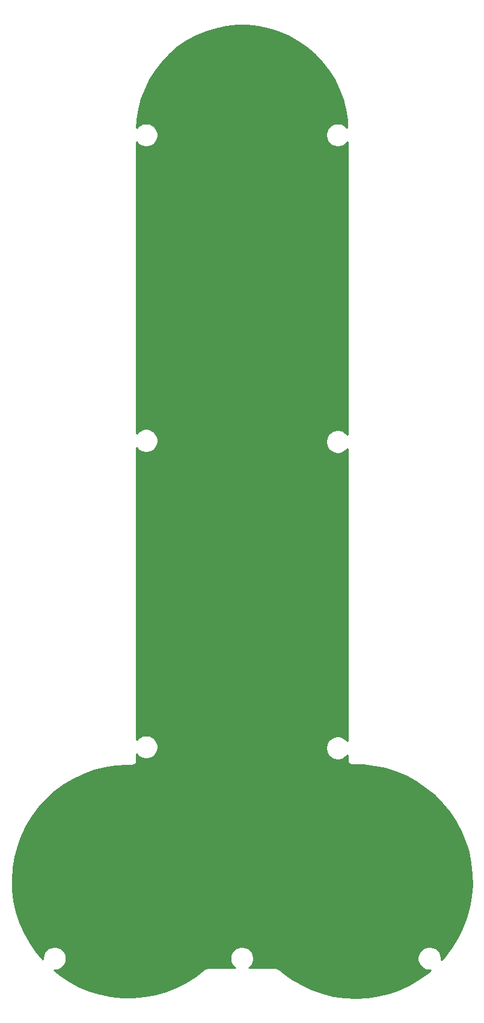
<source format=gbr>
%TF.GenerationSoftware,KiCad,Pcbnew,(5.1.6)-1*%
%TF.CreationDate,2021-02-24T16:49:44-06:00*%
%TF.ProjectId,PR-BottomCase,50522d42-6f74-4746-9f6d-436173652e6b,rev?*%
%TF.SameCoordinates,Original*%
%TF.FileFunction,Copper,L2,Bot*%
%TF.FilePolarity,Positive*%
%FSLAX46Y46*%
G04 Gerber Fmt 4.6, Leading zero omitted, Abs format (unit mm)*
G04 Created by KiCad (PCBNEW (5.1.6)-1) date 2021-02-24 16:49:44*
%MOMM*%
%LPD*%
G01*
G04 APERTURE LIST*
%TA.AperFunction,NonConductor*%
%ADD10C,0.254000*%
%TD*%
G04 APERTURE END LIST*
D10*
G36*
X139772696Y20419104D02*
G01*
X141266308Y20265153D01*
X142736707Y19961055D01*
X144168856Y19509917D01*
X145548078Y18916363D01*
X146860267Y18186463D01*
X148091965Y17327705D01*
X149230577Y16348868D01*
X150264447Y15259974D01*
X151182982Y14072179D01*
X151976780Y12797642D01*
X152637715Y11449412D01*
X153159019Y10041289D01*
X153535357Y8587684D01*
X153762945Y7103024D01*
X153818892Y6035499D01*
X153798658Y6065781D01*
X153565781Y6298658D01*
X153291947Y6481628D01*
X152987678Y6607660D01*
X152664669Y6671910D01*
X152335331Y6671910D01*
X152012322Y6607660D01*
X151708053Y6481628D01*
X151434219Y6298658D01*
X151201342Y6065781D01*
X151018372Y5791947D01*
X150892340Y5487678D01*
X150828090Y5164669D01*
X150828090Y4835331D01*
X150892340Y4512322D01*
X151018372Y4208053D01*
X151201342Y3934219D01*
X151434219Y3701342D01*
X151708053Y3518372D01*
X152012322Y3392340D01*
X152335331Y3328090D01*
X152664669Y3328090D01*
X152987678Y3392340D01*
X153291947Y3518372D01*
X153565781Y3701342D01*
X153798658Y3934219D01*
X153840001Y3996093D01*
X153839995Y-37146085D01*
X153798658Y-37084219D01*
X153565781Y-36851342D01*
X153291947Y-36668372D01*
X152987678Y-36542340D01*
X152664669Y-36478090D01*
X152335331Y-36478090D01*
X152012322Y-36542340D01*
X151708053Y-36668372D01*
X151434219Y-36851342D01*
X151201342Y-37084219D01*
X151018372Y-37358053D01*
X150892340Y-37662322D01*
X150828090Y-37985331D01*
X150828090Y-38314669D01*
X150892340Y-38637678D01*
X151018372Y-38941947D01*
X151201342Y-39215781D01*
X151434219Y-39448658D01*
X151708053Y-39631628D01*
X152012322Y-39757660D01*
X152335331Y-39821910D01*
X152664669Y-39821910D01*
X152987678Y-39757660D01*
X153291947Y-39631628D01*
X153565781Y-39448658D01*
X153798658Y-39215781D01*
X153839995Y-39153916D01*
X153839989Y-80246076D01*
X153798658Y-80184219D01*
X153565781Y-79951342D01*
X153291947Y-79768372D01*
X152987678Y-79642340D01*
X152664669Y-79578090D01*
X152335331Y-79578090D01*
X152012322Y-79642340D01*
X151708053Y-79768372D01*
X151434219Y-79951342D01*
X151201342Y-80184219D01*
X151018372Y-80458053D01*
X150892340Y-80762322D01*
X150828090Y-81085331D01*
X150828090Y-81414669D01*
X150892340Y-81737678D01*
X151018372Y-82041947D01*
X151201342Y-82315781D01*
X151434219Y-82548658D01*
X151708053Y-82731628D01*
X152012322Y-82857660D01*
X152335331Y-82921910D01*
X152664669Y-82921910D01*
X152987678Y-82857660D01*
X153291947Y-82731628D01*
X153565781Y-82548658D01*
X153798658Y-82315781D01*
X153839989Y-82253925D01*
X153839989Y-82993861D01*
X153849539Y-83090825D01*
X153887279Y-83215235D01*
X153948564Y-83329892D01*
X154031041Y-83430390D01*
X154131539Y-83512867D01*
X154246196Y-83574152D01*
X154370606Y-83611892D01*
X154499989Y-83624635D01*
X154526257Y-83622048D01*
X156091350Y-83651254D01*
X157653284Y-83831123D01*
X159190798Y-84159869D01*
X160689701Y-84634460D01*
X162136236Y-85250537D01*
X163517054Y-86002417D01*
X164819448Y-86883180D01*
X166031441Y-87884728D01*
X167141847Y-88997815D01*
X168140463Y-90212213D01*
X169018081Y-91516728D01*
X169766632Y-92899358D01*
X170379215Y-94347366D01*
X170850194Y-95847425D01*
X171175228Y-97385711D01*
X171351329Y-98948076D01*
X171376874Y-100520123D01*
X171251625Y-102087396D01*
X170976742Y-103635417D01*
X170554745Y-105149993D01*
X169989530Y-106617138D01*
X169286300Y-108023352D01*
X168451520Y-109355700D01*
X167492889Y-110601897D01*
X167062413Y-111062412D01*
X167071910Y-111014669D01*
X167071910Y-110685331D01*
X167007660Y-110362322D01*
X166881628Y-110058053D01*
X166698658Y-109784219D01*
X166465781Y-109551342D01*
X166191947Y-109368372D01*
X165887678Y-109242340D01*
X165564669Y-109178090D01*
X165235331Y-109178090D01*
X164912322Y-109242340D01*
X164608053Y-109368372D01*
X164334219Y-109551342D01*
X164101342Y-109784219D01*
X163918372Y-110058053D01*
X163792340Y-110362322D01*
X163728090Y-110685331D01*
X163728090Y-111014669D01*
X163792340Y-111337678D01*
X163918372Y-111641947D01*
X164101342Y-111915781D01*
X164334219Y-112148658D01*
X164608053Y-112331628D01*
X164912322Y-112457660D01*
X165235331Y-112521910D01*
X165545162Y-112521910D01*
X165240421Y-112790868D01*
X163967325Y-113713482D01*
X162611665Y-114509827D01*
X161185918Y-115172572D01*
X159703205Y-115695617D01*
X158177207Y-116074137D01*
X156621935Y-116304657D01*
X155051736Y-116385049D01*
X153481061Y-116314574D01*
X151924369Y-116093881D01*
X150395996Y-115725002D01*
X148910018Y-115211332D01*
X147480123Y-114557609D01*
X146119459Y-113769840D01*
X144834117Y-112850676D01*
X144270130Y-112382491D01*
X144268948Y-112381051D01*
X144168450Y-112298574D01*
X144053793Y-112237289D01*
X143929383Y-112199549D01*
X143832419Y-112189999D01*
X140003909Y-112190000D01*
X140065781Y-112148658D01*
X140298658Y-111915781D01*
X140481628Y-111641947D01*
X140607660Y-111337678D01*
X140671910Y-111014669D01*
X140671910Y-110685331D01*
X140607660Y-110362322D01*
X140481628Y-110058053D01*
X140298658Y-109784219D01*
X140065781Y-109551342D01*
X139791947Y-109368372D01*
X139487678Y-109242340D01*
X139164669Y-109178090D01*
X138835331Y-109178090D01*
X138512322Y-109242340D01*
X138208053Y-109368372D01*
X137934219Y-109551342D01*
X137701342Y-109784219D01*
X137518372Y-110058053D01*
X137392340Y-110362322D01*
X137328090Y-110685331D01*
X137328090Y-111014669D01*
X137392340Y-111337678D01*
X137518372Y-111641947D01*
X137701342Y-111915781D01*
X137934219Y-112148658D01*
X137996092Y-112190000D01*
X134067581Y-112190001D01*
X133970617Y-112199551D01*
X133846207Y-112237291D01*
X133731550Y-112298576D01*
X133687163Y-112335004D01*
X132435254Y-113315599D01*
X131115577Y-114158623D01*
X129721171Y-114871283D01*
X128264875Y-115447016D01*
X126760112Y-115880515D01*
X125220719Y-116167795D01*
X123660872Y-116306209D01*
X122094957Y-116294480D01*
X120537373Y-116132720D01*
X119002445Y-115822413D01*
X117504351Y-115366426D01*
X116056838Y-114768943D01*
X114673265Y-114035479D01*
X113366354Y-113172778D01*
X112560563Y-112521910D01*
X112764669Y-112521910D01*
X113087678Y-112457660D01*
X113391947Y-112331628D01*
X113665781Y-112148658D01*
X113898658Y-111915781D01*
X114081628Y-111641947D01*
X114207660Y-111337678D01*
X114271910Y-111014669D01*
X114271910Y-110685331D01*
X114207660Y-110362322D01*
X114081628Y-110058053D01*
X113898658Y-109784219D01*
X113665781Y-109551342D01*
X113391947Y-109368372D01*
X113087678Y-109242340D01*
X112764669Y-109178090D01*
X112435331Y-109178090D01*
X112112322Y-109242340D01*
X111808053Y-109368372D01*
X111534219Y-109551342D01*
X111301342Y-109784219D01*
X111118372Y-110058053D01*
X110992340Y-110362322D01*
X110928090Y-110685331D01*
X110928090Y-110971582D01*
X110021805Y-109894224D01*
X109133233Y-108604764D01*
X108372343Y-107236078D01*
X107746134Y-105800756D01*
X107260382Y-104312032D01*
X106919555Y-102783611D01*
X106726789Y-101229560D01*
X106683860Y-99664179D01*
X106791164Y-98101890D01*
X107047713Y-96557078D01*
X107451144Y-95043969D01*
X107997737Y-93576504D01*
X108682469Y-92168174D01*
X109499039Y-90831946D01*
X110439914Y-89580141D01*
X111496429Y-88424291D01*
X112658870Y-87375015D01*
X113916543Y-86441976D01*
X115257834Y-85633787D01*
X116670420Y-84957872D01*
X118141277Y-84420462D01*
X119656889Y-84026497D01*
X121203262Y-83779614D01*
X122774843Y-83681540D01*
X123462667Y-83686692D01*
X123497538Y-83690127D01*
X123626921Y-83677388D01*
X123751332Y-83639651D01*
X123865990Y-83578370D01*
X123966491Y-83495895D01*
X124048970Y-83395400D01*
X124110259Y-83280744D01*
X124148002Y-83156335D01*
X124157555Y-83059372D01*
X124157581Y-82100289D01*
X124201342Y-82165781D01*
X124434219Y-82398658D01*
X124708053Y-82581628D01*
X125012322Y-82707660D01*
X125335331Y-82771910D01*
X125664669Y-82771910D01*
X125987678Y-82707660D01*
X126291947Y-82581628D01*
X126565781Y-82398658D01*
X126798658Y-82165781D01*
X126981628Y-81891947D01*
X127107660Y-81587678D01*
X127171910Y-81264669D01*
X127171910Y-80935331D01*
X127107660Y-80612322D01*
X126981628Y-80308053D01*
X126798658Y-80034219D01*
X126565781Y-79801342D01*
X126291947Y-79618372D01*
X125987678Y-79492340D01*
X125664669Y-79428090D01*
X125335331Y-79428090D01*
X125012322Y-79492340D01*
X124708053Y-79618372D01*
X124434219Y-79801342D01*
X124201342Y-80034219D01*
X124157637Y-80099629D01*
X124158769Y-39002066D01*
X124201342Y-39065781D01*
X124434219Y-39298658D01*
X124708053Y-39481628D01*
X125012322Y-39607660D01*
X125335331Y-39671910D01*
X125664669Y-39671910D01*
X125987678Y-39607660D01*
X126291947Y-39481628D01*
X126565781Y-39298658D01*
X126798658Y-39065781D01*
X126981628Y-38791947D01*
X127107660Y-38487678D01*
X127171910Y-38164669D01*
X127171910Y-37835331D01*
X127107660Y-37512322D01*
X126981628Y-37208053D01*
X126798658Y-36934219D01*
X126565781Y-36701342D01*
X126291947Y-36518372D01*
X125987678Y-36392340D01*
X125664669Y-36328090D01*
X125335331Y-36328090D01*
X125012322Y-36392340D01*
X124708053Y-36518372D01*
X124434219Y-36701342D01*
X124201342Y-36934219D01*
X124158824Y-36997852D01*
X124159954Y3996161D01*
X124201342Y3934219D01*
X124434219Y3701342D01*
X124708053Y3518372D01*
X125012322Y3392340D01*
X125335331Y3328090D01*
X125664669Y3328090D01*
X125987678Y3392340D01*
X126291947Y3518372D01*
X126565781Y3701342D01*
X126798658Y3934219D01*
X126981628Y4208053D01*
X127107660Y4512322D01*
X127171910Y4835331D01*
X127171910Y5164669D01*
X127107660Y5487678D01*
X126981628Y5791947D01*
X126798658Y6065781D01*
X126565781Y6298658D01*
X126291947Y6481628D01*
X125987678Y6607660D01*
X125664669Y6671910D01*
X125335331Y6671910D01*
X125012322Y6607660D01*
X124708053Y6481628D01*
X124434219Y6298658D01*
X124201342Y6065781D01*
X124181789Y6036517D01*
X124241647Y7147213D01*
X124473554Y8630715D01*
X124854193Y10083191D01*
X125379666Y11489769D01*
X126044591Y12836038D01*
X126842161Y14108220D01*
X127764205Y15293286D01*
X128801292Y16379111D01*
X129942796Y17354571D01*
X131177033Y18209681D01*
X132491371Y18935690D01*
X133872352Y19525160D01*
X135305830Y19972056D01*
X136777122Y20271799D01*
X138271181Y20421327D01*
X139772696Y20419104D01*
G37*
X139772696Y20419104D02*
X141266308Y20265153D01*
X142736707Y19961055D01*
X144168856Y19509917D01*
X145548078Y18916363D01*
X146860267Y18186463D01*
X148091965Y17327705D01*
X149230577Y16348868D01*
X150264447Y15259974D01*
X151182982Y14072179D01*
X151976780Y12797642D01*
X152637715Y11449412D01*
X153159019Y10041289D01*
X153535357Y8587684D01*
X153762945Y7103024D01*
X153818892Y6035499D01*
X153798658Y6065781D01*
X153565781Y6298658D01*
X153291947Y6481628D01*
X152987678Y6607660D01*
X152664669Y6671910D01*
X152335331Y6671910D01*
X152012322Y6607660D01*
X151708053Y6481628D01*
X151434219Y6298658D01*
X151201342Y6065781D01*
X151018372Y5791947D01*
X150892340Y5487678D01*
X150828090Y5164669D01*
X150828090Y4835331D01*
X150892340Y4512322D01*
X151018372Y4208053D01*
X151201342Y3934219D01*
X151434219Y3701342D01*
X151708053Y3518372D01*
X152012322Y3392340D01*
X152335331Y3328090D01*
X152664669Y3328090D01*
X152987678Y3392340D01*
X153291947Y3518372D01*
X153565781Y3701342D01*
X153798658Y3934219D01*
X153840001Y3996093D01*
X153839995Y-37146085D01*
X153798658Y-37084219D01*
X153565781Y-36851342D01*
X153291947Y-36668372D01*
X152987678Y-36542340D01*
X152664669Y-36478090D01*
X152335331Y-36478090D01*
X152012322Y-36542340D01*
X151708053Y-36668372D01*
X151434219Y-36851342D01*
X151201342Y-37084219D01*
X151018372Y-37358053D01*
X150892340Y-37662322D01*
X150828090Y-37985331D01*
X150828090Y-38314669D01*
X150892340Y-38637678D01*
X151018372Y-38941947D01*
X151201342Y-39215781D01*
X151434219Y-39448658D01*
X151708053Y-39631628D01*
X152012322Y-39757660D01*
X152335331Y-39821910D01*
X152664669Y-39821910D01*
X152987678Y-39757660D01*
X153291947Y-39631628D01*
X153565781Y-39448658D01*
X153798658Y-39215781D01*
X153839995Y-39153916D01*
X153839989Y-80246076D01*
X153798658Y-80184219D01*
X153565781Y-79951342D01*
X153291947Y-79768372D01*
X152987678Y-79642340D01*
X152664669Y-79578090D01*
X152335331Y-79578090D01*
X152012322Y-79642340D01*
X151708053Y-79768372D01*
X151434219Y-79951342D01*
X151201342Y-80184219D01*
X151018372Y-80458053D01*
X150892340Y-80762322D01*
X150828090Y-81085331D01*
X150828090Y-81414669D01*
X150892340Y-81737678D01*
X151018372Y-82041947D01*
X151201342Y-82315781D01*
X151434219Y-82548658D01*
X151708053Y-82731628D01*
X152012322Y-82857660D01*
X152335331Y-82921910D01*
X152664669Y-82921910D01*
X152987678Y-82857660D01*
X153291947Y-82731628D01*
X153565781Y-82548658D01*
X153798658Y-82315781D01*
X153839989Y-82253925D01*
X153839989Y-82993861D01*
X153849539Y-83090825D01*
X153887279Y-83215235D01*
X153948564Y-83329892D01*
X154031041Y-83430390D01*
X154131539Y-83512867D01*
X154246196Y-83574152D01*
X154370606Y-83611892D01*
X154499989Y-83624635D01*
X154526257Y-83622048D01*
X156091350Y-83651254D01*
X157653284Y-83831123D01*
X159190798Y-84159869D01*
X160689701Y-84634460D01*
X162136236Y-85250537D01*
X163517054Y-86002417D01*
X164819448Y-86883180D01*
X166031441Y-87884728D01*
X167141847Y-88997815D01*
X168140463Y-90212213D01*
X169018081Y-91516728D01*
X169766632Y-92899358D01*
X170379215Y-94347366D01*
X170850194Y-95847425D01*
X171175228Y-97385711D01*
X171351329Y-98948076D01*
X171376874Y-100520123D01*
X171251625Y-102087396D01*
X170976742Y-103635417D01*
X170554745Y-105149993D01*
X169989530Y-106617138D01*
X169286300Y-108023352D01*
X168451520Y-109355700D01*
X167492889Y-110601897D01*
X167062413Y-111062412D01*
X167071910Y-111014669D01*
X167071910Y-110685331D01*
X167007660Y-110362322D01*
X166881628Y-110058053D01*
X166698658Y-109784219D01*
X166465781Y-109551342D01*
X166191947Y-109368372D01*
X165887678Y-109242340D01*
X165564669Y-109178090D01*
X165235331Y-109178090D01*
X164912322Y-109242340D01*
X164608053Y-109368372D01*
X164334219Y-109551342D01*
X164101342Y-109784219D01*
X163918372Y-110058053D01*
X163792340Y-110362322D01*
X163728090Y-110685331D01*
X163728090Y-111014669D01*
X163792340Y-111337678D01*
X163918372Y-111641947D01*
X164101342Y-111915781D01*
X164334219Y-112148658D01*
X164608053Y-112331628D01*
X164912322Y-112457660D01*
X165235331Y-112521910D01*
X165545162Y-112521910D01*
X165240421Y-112790868D01*
X163967325Y-113713482D01*
X162611665Y-114509827D01*
X161185918Y-115172572D01*
X159703205Y-115695617D01*
X158177207Y-116074137D01*
X156621935Y-116304657D01*
X155051736Y-116385049D01*
X153481061Y-116314574D01*
X151924369Y-116093881D01*
X150395996Y-115725002D01*
X148910018Y-115211332D01*
X147480123Y-114557609D01*
X146119459Y-113769840D01*
X144834117Y-112850676D01*
X144270130Y-112382491D01*
X144268948Y-112381051D01*
X144168450Y-112298574D01*
X144053793Y-112237289D01*
X143929383Y-112199549D01*
X143832419Y-112189999D01*
X140003909Y-112190000D01*
X140065781Y-112148658D01*
X140298658Y-111915781D01*
X140481628Y-111641947D01*
X140607660Y-111337678D01*
X140671910Y-111014669D01*
X140671910Y-110685331D01*
X140607660Y-110362322D01*
X140481628Y-110058053D01*
X140298658Y-109784219D01*
X140065781Y-109551342D01*
X139791947Y-109368372D01*
X139487678Y-109242340D01*
X139164669Y-109178090D01*
X138835331Y-109178090D01*
X138512322Y-109242340D01*
X138208053Y-109368372D01*
X137934219Y-109551342D01*
X137701342Y-109784219D01*
X137518372Y-110058053D01*
X137392340Y-110362322D01*
X137328090Y-110685331D01*
X137328090Y-111014669D01*
X137392340Y-111337678D01*
X137518372Y-111641947D01*
X137701342Y-111915781D01*
X137934219Y-112148658D01*
X137996092Y-112190000D01*
X134067581Y-112190001D01*
X133970617Y-112199551D01*
X133846207Y-112237291D01*
X133731550Y-112298576D01*
X133687163Y-112335004D01*
X132435254Y-113315599D01*
X131115577Y-114158623D01*
X129721171Y-114871283D01*
X128264875Y-115447016D01*
X126760112Y-115880515D01*
X125220719Y-116167795D01*
X123660872Y-116306209D01*
X122094957Y-116294480D01*
X120537373Y-116132720D01*
X119002445Y-115822413D01*
X117504351Y-115366426D01*
X116056838Y-114768943D01*
X114673265Y-114035479D01*
X113366354Y-113172778D01*
X112560563Y-112521910D01*
X112764669Y-112521910D01*
X113087678Y-112457660D01*
X113391947Y-112331628D01*
X113665781Y-112148658D01*
X113898658Y-111915781D01*
X114081628Y-111641947D01*
X114207660Y-111337678D01*
X114271910Y-111014669D01*
X114271910Y-110685331D01*
X114207660Y-110362322D01*
X114081628Y-110058053D01*
X113898658Y-109784219D01*
X113665781Y-109551342D01*
X113391947Y-109368372D01*
X113087678Y-109242340D01*
X112764669Y-109178090D01*
X112435331Y-109178090D01*
X112112322Y-109242340D01*
X111808053Y-109368372D01*
X111534219Y-109551342D01*
X111301342Y-109784219D01*
X111118372Y-110058053D01*
X110992340Y-110362322D01*
X110928090Y-110685331D01*
X110928090Y-110971582D01*
X110021805Y-109894224D01*
X109133233Y-108604764D01*
X108372343Y-107236078D01*
X107746134Y-105800756D01*
X107260382Y-104312032D01*
X106919555Y-102783611D01*
X106726789Y-101229560D01*
X106683860Y-99664179D01*
X106791164Y-98101890D01*
X107047713Y-96557078D01*
X107451144Y-95043969D01*
X107997737Y-93576504D01*
X108682469Y-92168174D01*
X109499039Y-90831946D01*
X110439914Y-89580141D01*
X111496429Y-88424291D01*
X112658870Y-87375015D01*
X113916543Y-86441976D01*
X115257834Y-85633787D01*
X116670420Y-84957872D01*
X118141277Y-84420462D01*
X119656889Y-84026497D01*
X121203262Y-83779614D01*
X122774843Y-83681540D01*
X123462667Y-83686692D01*
X123497538Y-83690127D01*
X123626921Y-83677388D01*
X123751332Y-83639651D01*
X123865990Y-83578370D01*
X123966491Y-83495895D01*
X124048970Y-83395400D01*
X124110259Y-83280744D01*
X124148002Y-83156335D01*
X124157555Y-83059372D01*
X124157581Y-82100289D01*
X124201342Y-82165781D01*
X124434219Y-82398658D01*
X124708053Y-82581628D01*
X125012322Y-82707660D01*
X125335331Y-82771910D01*
X125664669Y-82771910D01*
X125987678Y-82707660D01*
X126291947Y-82581628D01*
X126565781Y-82398658D01*
X126798658Y-82165781D01*
X126981628Y-81891947D01*
X127107660Y-81587678D01*
X127171910Y-81264669D01*
X127171910Y-80935331D01*
X127107660Y-80612322D01*
X126981628Y-80308053D01*
X126798658Y-80034219D01*
X126565781Y-79801342D01*
X126291947Y-79618372D01*
X125987678Y-79492340D01*
X125664669Y-79428090D01*
X125335331Y-79428090D01*
X125012322Y-79492340D01*
X124708053Y-79618372D01*
X124434219Y-79801342D01*
X124201342Y-80034219D01*
X124157637Y-80099629D01*
X124158769Y-39002066D01*
X124201342Y-39065781D01*
X124434219Y-39298658D01*
X124708053Y-39481628D01*
X125012322Y-39607660D01*
X125335331Y-39671910D01*
X125664669Y-39671910D01*
X125987678Y-39607660D01*
X126291947Y-39481628D01*
X126565781Y-39298658D01*
X126798658Y-39065781D01*
X126981628Y-38791947D01*
X127107660Y-38487678D01*
X127171910Y-38164669D01*
X127171910Y-37835331D01*
X127107660Y-37512322D01*
X126981628Y-37208053D01*
X126798658Y-36934219D01*
X126565781Y-36701342D01*
X126291947Y-36518372D01*
X125987678Y-36392340D01*
X125664669Y-36328090D01*
X125335331Y-36328090D01*
X125012322Y-36392340D01*
X124708053Y-36518372D01*
X124434219Y-36701342D01*
X124201342Y-36934219D01*
X124158824Y-36997852D01*
X124159954Y3996161D01*
X124201342Y3934219D01*
X124434219Y3701342D01*
X124708053Y3518372D01*
X125012322Y3392340D01*
X125335331Y3328090D01*
X125664669Y3328090D01*
X125987678Y3392340D01*
X126291947Y3518372D01*
X126565781Y3701342D01*
X126798658Y3934219D01*
X126981628Y4208053D01*
X127107660Y4512322D01*
X127171910Y4835331D01*
X127171910Y5164669D01*
X127107660Y5487678D01*
X126981628Y5791947D01*
X126798658Y6065781D01*
X126565781Y6298658D01*
X126291947Y6481628D01*
X125987678Y6607660D01*
X125664669Y6671910D01*
X125335331Y6671910D01*
X125012322Y6607660D01*
X124708053Y6481628D01*
X124434219Y6298658D01*
X124201342Y6065781D01*
X124181789Y6036517D01*
X124241647Y7147213D01*
X124473554Y8630715D01*
X124854193Y10083191D01*
X125379666Y11489769D01*
X126044591Y12836038D01*
X126842161Y14108220D01*
X127764205Y15293286D01*
X128801292Y16379111D01*
X129942796Y17354571D01*
X131177033Y18209681D01*
X132491371Y18935690D01*
X133872352Y19525160D01*
X135305830Y19972056D01*
X136777122Y20271799D01*
X138271181Y20421327D01*
X139772696Y20419104D01*
M02*

</source>
